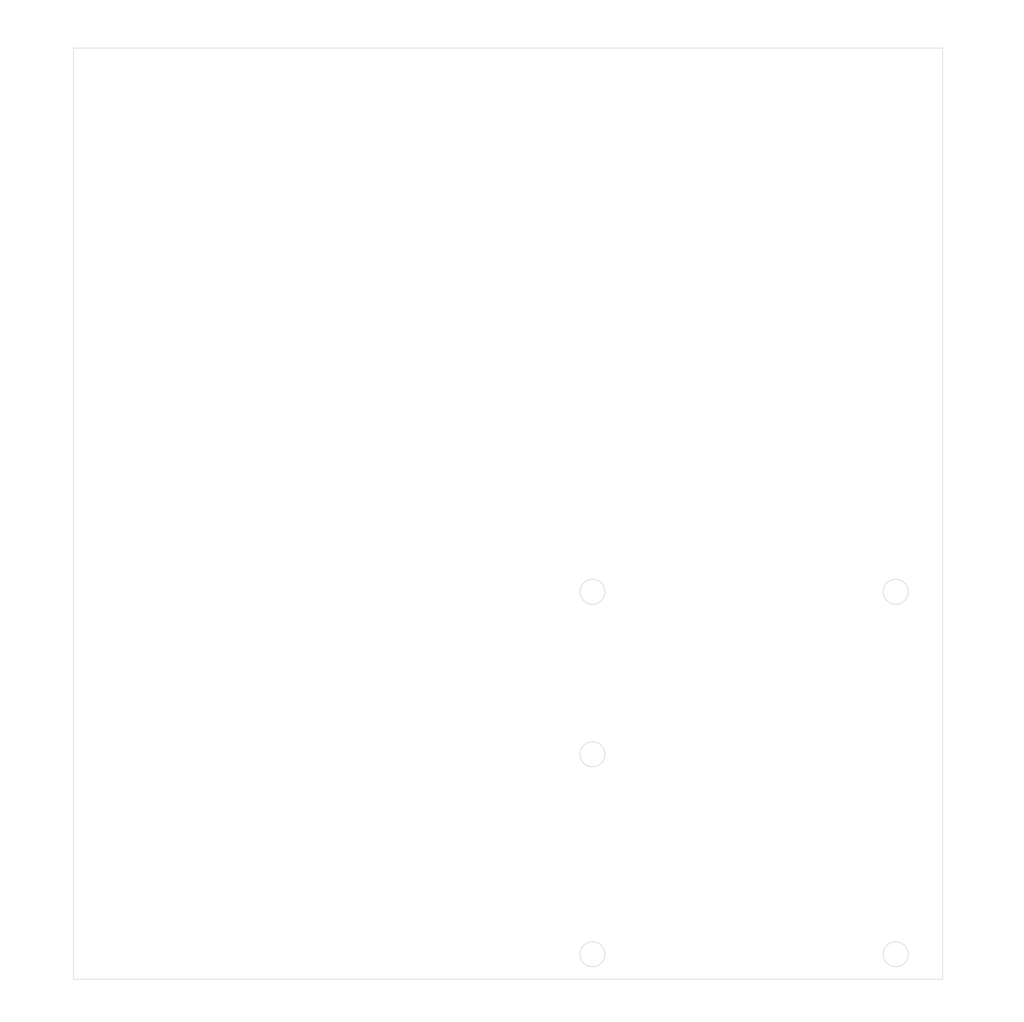
<source format=kicad_pcb>
(kicad_pcb
	(version 20240108)
	(generator "pcbnew")
	(generator_version "8.0")
	(general
		(thickness 1.6)
		(legacy_teardrops no)
	)
	(paper "A4" portrait)
	(layers
		(0 "F.Cu" signal)
		(31 "B.Cu" signal)
		(32 "B.Adhes" user "B.Adhesive")
		(33 "F.Adhes" user "F.Adhesive")
		(34 "B.Paste" user)
		(35 "F.Paste" user)
		(36 "B.SilkS" user "B.Silkscreen")
		(37 "F.SilkS" user "F.Silkscreen")
		(38 "B.Mask" user)
		(39 "F.Mask" user)
		(40 "Dwgs.User" user "User.Drawings")
		(41 "Cmts.User" user "User.Comments")
		(42 "Eco1.User" user "User.Eco1")
		(43 "Eco2.User" user "User.Eco2")
		(44 "Edge.Cuts" user)
		(45 "Margin" user)
		(46 "B.CrtYd" user "B.Courtyard")
		(47 "F.CrtYd" user "F.Courtyard")
		(48 "B.Fab" user)
		(49 "F.Fab" user)
		(50 "User.1" user)
		(51 "User.2" user)
		(52 "User.3" user)
		(53 "User.4" user)
		(54 "User.5" user)
		(55 "User.6" user)
		(56 "User.7" user)
		(57 "User.8" user)
		(58 "User.9" user)
	)
	(setup
		(pad_to_mask_clearance 0)
		(allow_soldermask_bridges_in_footprints no)
		(pcbplotparams
			(layerselection 0x00010fc_ffffffff)
			(plot_on_all_layers_selection 0x0000000_00000000)
			(disableapertmacros no)
			(usegerberextensions no)
			(usegerberattributes yes)
			(usegerberadvancedattributes yes)
			(creategerberjobfile yes)
			(dashed_line_dash_ratio 12.000000)
			(dashed_line_gap_ratio 3.000000)
			(svgprecision 4)
			(plotframeref no)
			(viasonmask no)
			(mode 1)
			(useauxorigin no)
			(hpglpennumber 1)
			(hpglpenspeed 20)
			(hpglpendiameter 15.000000)
			(pdf_front_fp_property_popups yes)
			(pdf_back_fp_property_popups yes)
			(dxfpolygonmode yes)
			(dxfimperialunits yes)
			(dxfusepcbnewfont yes)
			(psnegative no)
			(psa4output no)
			(plotreference yes)
			(plotvalue yes)
			(plotfptext yes)
			(plotinvisibletext no)
			(sketchpadsonfab no)
			(subtractmaskfromsilk no)
			(outputformat 1)
			(mirror no)
			(drillshape 1)
			(scaleselection 1)
			(outputdirectory "")
		)
	)
	(net 0 "")
	(gr_circle
		(center 121.1 157.9)
		(end 123.1 157.9)
		(stroke
			(width 0.1)
			(type default)
		)
		(fill none)
		(layer "Edge.Cuts")
		(uuid "5753dac1-b20d-44c8-a72d-22f6a785446b")
	)
	(gr_circle
		(center 169.6 131.9)
		(end 171.6 131.9)
		(stroke
			(width 0.1)
			(type default)
		)
		(fill none)
		(layer "Edge.Cuts")
		(uuid "6357947a-2704-4e69-9e39-2a0c1c863f1d")
	)
	(gr_circle
		(center 121.1 189.9)
		(end 123.1 189.9)
		(stroke
			(width 0.1)
			(type default)
		)
		(fill none)
		(layer "Edge.Cuts")
		(uuid "8e457d2c-21e5-4d44-92f6-2a2bea90e926")
	)
	(gr_rect
		(start 38.1 44.9)
		(end 177.1 193.9)
		(stroke
			(width 0.1)
			(type default)
		)
		(fill none)
		(layer "Edge.Cuts")
		(uuid "a9de1a99-f1e5-4259-9d29-f3d4e73f86d9")
	)
	(gr_circle
		(center 121.1 131.9)
		(end 123.1 131.9)
		(stroke
			(width 0.1)
			(type default)
		)
		(fill none)
		(layer "Edge.Cuts")
		(uuid "ab734ce0-9e2a-4f83-80d4-f6317dedec71")
	)
	(gr_circle
		(center 169.6 189.9)
		(end 171.6 189.9)
		(stroke
			(width 0.1)
			(type default)
		)
		(fill none)
		(layer "Edge.Cuts")
		(uuid "d0926db7-04b5-4385-8a03-dcc521192a80")
	)
	(dimension
		(type aligned)
		(layer "Margin")
		(uuid "975b38a4-58a5-4557-8549-6442569a3093")
		(pts
			(xy 177.1 44.9) (xy 38.1 44.9)
		)
		(height 5.7)
		(gr_text "139.0000 mm"
			(at 107.6 38.05 0)
			(layer "Margin")
			(uuid "975b38a4-58a5-4557-8549-6442569a3093")
			(effects
				(font
					(size 1 1)
					(thickness 0.15)
				)
			)
		)
		(format
			(prefix "")
			(suffix "")
			(units 3)
			(units_format 1)
			(precision 4)
		)
		(style
			(thickness 0.1)
			(arrow_length 1.27)
			(text_position_mode 0)
			(extension_height 0.58642)
			(extension_offset 0.5) keep_text_aligned)
	)
	(dimension
		(type aligned)
		(layer "Margin")
		(uuid "a2f0c1c3-db51-4228-b408-2f55bd86aa68")
		(pts
			(xy 38.1 193.9) (xy 38.1 44.9)
		)
		(height -5.2)
		(gr_text "149.0000 mm"
			(at 31.75 119.4 90)
			(layer "Margin")
			(uuid "a2f0c1c3-db51-4228-b408-2f55bd86aa68")
			(effects
				(font
					(size 1 1)
					(thickness 0.15)
				)
			)
		)
		(format
			(prefix "")
			(suffix "")
			(units 3)
			(units_format 1)
			(precision 4)
		)
		(style
			(thickness 0.1)
			(arrow_length 1.27)
			(text_position_mode 0)
			(extension_height 0.58642)
			(extension_offset 0.5) keep_text_aligned)
	)
	(dimension
		(type aligned)
		(layer "Margin")
		(uuid "b65e67b3-42e2-47b2-8489-1fdd7f6d7c89")
		(pts
			(xy 121.1 189.9) (xy 121.1 193.9)
		)
		(height -61.6)
		(gr_text "4.0"
			(at 181.55 191.9 90)
			(layer "Margin")
			(uuid "b65e67b3-42e2-47b2-8489-1fdd7f6d7c89")
			(effects
				(font
					(size 1 1)
					(thickness 0.15)
				)
			)
		)
		(format
			(prefix "")
			(suffix "")
			(units 3)
			(units_format 0)
			(precision 1)
		)
		(style
			(thickness 0.1)
			(arrow_length 1.27)
			(text_position_mode 0)
			(extension_height 0.58642)
			(extension_offset 0.5) keep_text_aligned)
	)
	(dimension
		(type orthogonal)
		(layer "Margin")
		(uuid "0bf62924-669b-43e9-a65a-75258c06c0b2")
		(pts
			(xy 121.1 131.9) (xy 121.2 193.9)
		)
		(height 68.4)
		(orientation 1)
		(gr_text "62.0"
			(at 188.35 162.9 90)
			(layer "Margin")
			(uuid "0bf62924-669b-43e9-a65a-75258c06c0b2")
			(effects
				(font
					(size 1 1)
					(thickness 0.15)
				)
			)
		)
		(format
			(prefix "")
			(suffix "")
			(units 3)
			(units_format 0)
			(precision 1)
		)
		(style
			(thickness 0.1)
			(arrow_length 1.27)
			(text_position_mode 0)
			(extension_height 0.58642)
			(extension_offset 0.5) keep_text_aligned)
	)
	(dimension
		(type orthogonal)
		(layer "Margin")
		(uuid "0d23f455-2d00-4d62-9c07-c66e19f262ff")
		(pts
			(xy 169.6 131.9) (xy 177.1 132)
		)
		(height 65.7)
		(orientation 0)
		(gr_text "7.5"
			(at 173.35 196.45 0)
			(layer "Margin")
			(uuid "0d23f455-2d00-4d62-9c07-c66e19f262ff")
			(effects
				(font
					(size 1 1)
					(thickness 0.15)
				)
			)
		)
		(format
			(prefix "")
			(suffix "")
			(units 3)
			(units_format 0)
			(precision 1)
		)
		(style
			(thickness 0.1)
			(arrow_length 1.27)
			(text_position_mode 0)
			(extension_height 0.58642)
			(extension_offset 0.5) keep_text_aligned)
	)
	(dimension
		(type orthogonal)
		(layer "Margin")
		(uuid "12f4f5b0-7a28-4efd-a5e6-96331f8801d3")
		(pts
			(xy 121.1 131.9) (xy 177.1 132)
		)
		(height 68.2)
		(orientation 0)
		(gr_text "56.0"
			(at 149.1 198.95 0)
			(layer "Margin")
			(uuid "12f4f5b0-7a28-4efd-a5e6-96331f8801d3")
			(effects
				(font
					(size 1 1)
					(thickness 0.15)
				)
			)
		)
		(format
			(prefix "")
			(suffix "")
			(units 3)
			(units_format 0)
			(precision 1)
		)
		(style
			(thickness 0.1)
			(arrow_length 1.27)
			(text_position_mode 0)
			(extension_height 0.58642)
			(extension_offset 0.5) keep_text_aligned)
	)
	(dimension
		(type orthogonal)
		(layer "Margin")
		(uuid "d215692f-e6da-4d83-8c7e-584e9a4d12b9")
		(pts
			(xy 121.1 157.9) (xy 121.2 193.9)
		)
		(height 64.6)
		(orientation 1)
		(gr_text "36.0"
			(at 184.55 175.9 90)
			(layer "Margin")
			(uuid "d215692f-e6da-4d83-8c7e-584e9a4d12b9")
			(effects
				(font
					(size 1 1)
					(thickness 0.15)
				)
			)
		)
		(format
			(prefix "")
			(suffix "")
			(units 3)
			(units_format 0)
			(precision 1)
		)
		(style
			(thickness 0.1)
			(arrow_length 1.27)
			(text_position_mode 0)
			(extension_height 0.58642)
			(extension_offset 0.5) keep_text_aligned)
	)
)

</source>
